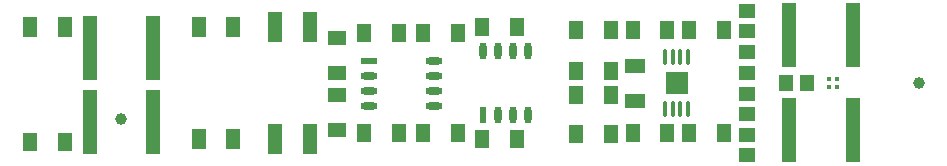
<source format=gbr>
%FSTAX23Y23*%
%MOMM*%
%SFA1B1*%

%IPPOS*%
%ADD10O,1.449997X0.599999*%
%ADD11R,1.449997X0.599999*%
%ADD12O,0.599999X1.449997*%
%ADD13R,0.599999X1.449997*%
%ADD14O,0.419999X1.349997*%
%ADD15R,1.979996X1.879996*%
%ADD16R,1.299997X1.549997*%
%ADD17R,1.549997X1.299997*%
%ADD18R,1.199998X1.349997*%
%ADD19R,1.349997X1.199998*%
%ADD20R,0.399999X0.299999*%
%ADD21C,0.999998*%
%ADD22R,1.149998X1.749997*%
%ADD23R,1.749997X1.149998*%
%ADD24R,1.299997X5.399989*%
%ADD25R,1.149998X2.649995*%
%LNmicamp_paste_top-1*%
%LPD*%
G54D10*
X35924Y06094D03*
Y07364D03*
Y08634D03*
Y09904D03*
X30474Y06094D03*
Y07364D03*
Y08634D03*
G54D11*
X30474Y09904D03*
G54D12*
X43904Y10724D03*
X42634D03*
X41364D03*
X40094D03*
X43904Y05274D03*
X42634D03*
X41364D03*
G54D13*
X40094Y05274D03*
G54D14*
X55524Y05774D03*
X56174D03*
X56824D03*
X57474D03*
X55524Y10224D03*
X56174D03*
X56824D03*
X57474D03*
G54D15*
X56499Y07999D03*
G54D16*
X48024Y08999D03*
X50974D03*
Y06974D03*
X48024D03*
X42974Y12749D03*
X40024D03*
X32974Y12249D03*
X30024D03*
X04724Y02999D03*
X01774D03*
X37974Y12249D03*
X35024D03*
X48024Y12499D03*
X50974D03*
X48024Y03699D03*
X50974D03*
X37974Y03774D03*
X35024D03*
X32974Y03749D03*
X30024D03*
X57524D03*
X60474D03*
X57524Y12474D03*
X60474D03*
X42974Y03249D03*
X40024D03*
X55724Y03749D03*
X52774D03*
Y12499D03*
X55724D03*
G54D17*
X27749Y11824D03*
Y08874D03*
Y04024D03*
Y06974D03*
G54D18*
X65799Y07999D03*
X67499D03*
G54D19*
X62499Y14099D03*
Y12399D03*
Y01924D03*
Y03624D03*
Y05399D03*
Y07099D03*
Y10599D03*
Y08899D03*
G54D20*
X69429Y08319D03*
Y07679D03*
X70069D03*
Y08319D03*
G54D21*
X09499Y04949D03*
X76999Y07999D03*
G54D22*
X04724Y12749D03*
X01774D03*
X18974D03*
X16024D03*
Y03249D03*
X18974D03*
G54D23*
X52999Y09474D03*
Y06524D03*
G54D24*
X65999Y12059D03*
X71399D03*
X06799Y10999D03*
X12199D03*
Y04749D03*
X06799D03*
X65999Y04024D03*
X71399D03*
G54D25*
X25474Y12749D03*
X22524D03*
Y03249D03*
X25474D03*
M02*
</source>
